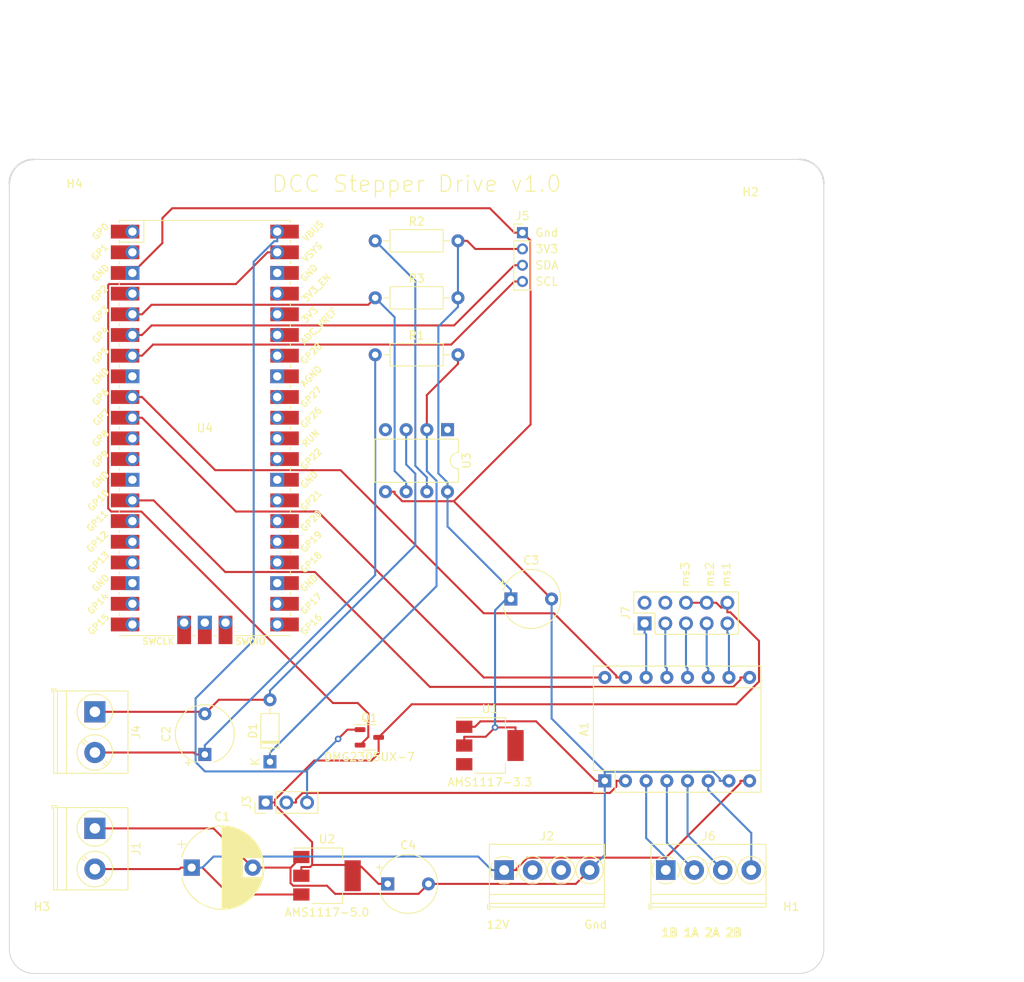
<source format=kicad_pcb>
(kicad_pcb (version 20211014) (generator pcbnew)
  (layers (0 "F.Cu" signal) (31 "B.Cu" signal) (34 "B.Paste" user) (35 "F.Paste" user) (36 "B.SilkS" user "B.Silkscreen") (37 "F.SilkS" user "F.Silkscreen") (38 "B.Mask" user) (39 "F.Mask" user) (44 "Edge.Cuts" user))
  (net 0 "")
  (net 1 "/5Vopt")
  (net 2 "Net-(A1-Pad3)")
  (net 3 "Net-(A1-Pad4)")
  (net 4 "Net-(A1-Pad5)")
  (net 5 "Net-(A1-Pad6)")
  (net 6 "Net-(A1-Pad10)")
  (net 7 "Net-(A1-Pad11)")
  (net 8 "/3V3a")
  (net 9 "GND")
  (net 10 "+5V")
  (net 11 "Net-(A1-Pad12)")
  (net 12 "Net-(D1-Pad1)")
  (net 13 "Net-(D1-Pad2)")
  (net 14 "+12V")
  (net 15 "Net-(A1-Pad13)")
  (net 16 "/5Voption")
  (net 17 "/VBUS")
  (net 18 "Net-(A1-Pad14)")
  (net 19 "Net-(R1-Pad1)")
  (net 20 "/SDA")
  (net 21 "/SCL")
  (net 22 "/VSYS")
  (net 23 "Net-(R2-Pad1)")
  (net 24 "/DccIn")
  (net 30 "Net-(A1-Pad9)")
  (net 65 "Net-(A1-Pad15)")
  (net 66 "Net-(A1-Pad16)")
  (footprint "MountingHole:MountingHole_3.2mm_M3" (layer "F.Cu") (at 104 146)
    (fp_text reference "H3" (at 0 -4.2) (layer "F.SilkS"))
    (fp_text value "MountingHole")
    (pad "" np_thru_hole circle (at 0 0) (size 3.2 3.2) (drill 3.2) (layers *.Cu *.Mask))
  )
  (footprint "Diode_THT:D_DO-35_SOD27_P7.62mm_Horizontal" (layer "F.Cu") (at 132 124 90)
    (fp_text reference "D1" (at 3.81 -2.12 90) (layer "F.SilkS"))
    (fp_text value "1N4148")
    (fp_text user "K" (at 0 -1.8 90) (layer "F.SilkS"))
    (pad "1" thru_hole rect (at 0 0 90) (size 1.6 1.6) (drill 0.8) (layers *.Cu *.Mask) (net 12 "Net-(D1-Pad1)"))
    (pad "2" thru_hole oval (at 7.62 0 90) (size 1.6 1.6) (drill 0.8) (layers *.Cu *.Mask) (net 13 "Net-(D1-Pad2)"))
  )
  (footprint "MCU_RaspberryPi_and_Boards:RPi_Pico_SMD_TH" (layer "F.Cu") (at 124 83)
    (fp_text reference "U4" (at 0 0) (layer "F.SilkS"))
    (fp_text value "Pico")
    (fp_text user "GP12" (at -13.2 13.97 45) (layer "F.SilkS") (effects (font (size 0.8 0.8))))
    (fp_text user "SWDIO" (at 5.6 26.2) (layer "F.SilkS") (effects (font (size 0.8 0.8))))
    (fp_text user "GP6" (at -12.8 -3.81 45) (layer "F.SilkS") (effects (font (size 0.8 0.8))))
    (fp_text user "GP19" (at 13.054 13.97 45) (layer "F.SilkS") (effects (font (size 0.8 0.8))))
    (fp_text user "GP22" (at 13.054 3.81 45) (layer "F.SilkS") (effects (font (size 0.8 0.8))))
    (fp_text user "GND" (at -12.8 -19.05 45) (layer "F.SilkS") (effects (font (size 0.8 0.8))))
    (fp_text user "GP13" (at -13.054 16.51 45) (layer "F.SilkS") (effects (font (size 0.8 0.8))))
    (fp_text user "RUN" (at 13 1.27 45) (layer "F.SilkS") (effects (font (size 0.8 0.8))))
    (fp_text user "GND" (at -12.8 19.05 45) (layer "F.SilkS") (effects (font (size 0.8 0.8))))
    (fp_text user "GND" (at -12.8 6.35 45) (layer "F.SilkS") (effects (font (size 0.8 0.8))))
    (fp_text user "GP10" (at -13.054 8.89 45) (layer "F.SilkS") (effects (font (size 0.8 0.8))))
    (fp_text user "GP5" (at -12.8 -8.89 45) (layer "F.SilkS") (effects (font (size 0.8 0.8))))
    (fp_text user "GP0" (at -12.8 -24.13 45) (layer "F.SilkS") (effects (font (size 0.8 0.8))))
    (fp_text user "GP9" (at -12.8 3.81 45) (layer "F.SilkS") (effects (font (size 0.8 0.8))))
    (fp_text user "GND" (at -12.8 -6.35 45) (layer "F.SilkS") (effects (font (size 0.8 0.8))))
    (fp_text user "GND" (at 12.8 19.05 45) (layer "F.SilkS") (effects (font (size 0.8 0.8))))
    (fp_text user "GP17" (at 13.054 21.59 45) (layer "F.SilkS") (effects (font (size 0.8 0.8))))
    (fp_text user "GP1" (at -12.9 -21.6 45) (layer "F.SilkS") (effects (font (size 0.8 0.8))))
    (fp_text user "GP16" (at 13.054 24.13 45) (layer "F.SilkS") (effects (font (size 0.8 0.8))))
    (fp_text user "GP2" (at -12.9 -16.51 45) (layer "F.SilkS") (effects (font (size 0.8 0.8))))
    (fp_text user "GP3" (at -12.8 -13.97 45) (layer "F.SilkS") (effects (font (size 0.8 0.8))))
    (fp_text user "GP14" (at -13.1 21.59 45) (layer "F.SilkS") (effects (font (size 0.8 0.8))))
    (fp_text user "GP4" (at -12.8 -11.43 45) (layer "F.SilkS") (effects (font (size 0.8 0.8))))
    (fp_text user "GP8" (at -12.8 1.27 45) (layer "F.SilkS") (effects (font (size 0.8 0.8))))
    (fp_text user "VBUS" (at 13.3 -24.2 45) (layer "F.SilkS") (effects (font (size 0.8 0.8))))
    (fp_text user "GP27" (at 13.054 -3.8 45) (layer "F.SilkS") (effects (font (size 0.8 0.8))))
    (fp_text user "ADC_VREF" (at 14 -12.5 45) (layer "F.SilkS") (effects (font (size 0.8 0.8))))
    (fp_text user "GP18" (at 13.054 16.51 45) (layer "F.SilkS") (effects (font (size 0.8 0.8))))
    (fp_text user "GP7" (at -12.7 -1.3 45) (layer "F.SilkS") (effects (font (size 0.8 0.8))))
    (fp_text user "VSYS" (at 13.2 -21.59 45) (layer "F.SilkS") (effects (font (size 0.8 0.8))))
    (fp_text user "GND" (at 12.8 6.35 45) (layer "F.SilkS") (effects (font (size 0.8 0.8))))
    (fp_text user "GP20" (at 13.054 11.43 45) (layer "F.SilkS") (effects (font (size 0.8 0.8))))
    (fp_text user "3V3_EN" (at 13.7 -17.2 45) (layer "F.SilkS") (effects (font (size 0.8 0.8))))
    (fp_text user "AGND" (at 13.054 -6.35 45) (layer "F.SilkS") (effects (font (size 0.8 0.8))))
    (fp_text user "GP15" (at -13.054 24.13 45) (layer "F.SilkS") (effects (font (size 0.8 0.8))))
    (fp_text user "GP28" (at 13.054 -9.144 45) (layer "F.SilkS") (effects (font (size 0.8 0.8))))
    (fp_text user "SWCLK" (at -5.7 26.2) (layer "F.SilkS") (effects (font (size 0.8 0.8))))
    (fp_text user "GND" (at 12.8 -19.05 45) (layer "F.SilkS") (effects (font (size 0.8 0.8))))
    (fp_text user "3V3" (at 12.9 -13.9 45) (layer "F.SilkS") (effects (font (size 0.8 0.8))))
    (fp_text user "GP21" (at 13.054 8.9 45) (layer "F.SilkS") (effects (font (size 0.8 0.8))))
    (fp_text user "GP11" (at -13.2 11.43 45) (layer "F.SilkS") (effects (font (size 0.8 0.8))))
    (fp_text user "GP26" (at 13.054 -1.27 45) (layer "F.SilkS") (effects (font (size 0.8 0.8))))
    (pad "" np_thru_hole oval (at 2.725 -24) (size 1.8 1.8) (drill 1.8) (layers *.Cu *.Mask))
    (pad "" np_thru_hole oval (at -2.425 -20.97) (size 1.5 1.5) (drill 1.5) (layers *.Cu *.Mask))
    (pad "" np_thru_hole oval (at 2.425 -20.97) (size 1.5 1.5) (drill 1.5) (layers *.Cu *.Mask))
    (pad "" np_thru_hole oval (at -2.725 -24) (size 1.8 1.8) (drill 1.8) (layers *.Cu *.Mask))
    (pad "1" smd rect (at -8.89 -24.13) (size 3.5 1.7) (drill (offset -0.9 0)) (layers "F.Cu" "F.Mask"))
    (pad "1" thru_hole oval (at -8.89 -24.13) (size 1.7 1.7) (drill 1.02) (layers *.Cu *.Mask))
    (pad "2" thru_hole oval (at -8.89 -21.59) (size 1.7 1.7) (drill 1.02) (layers *.Cu *.Mask))
    (pad "2" smd rect (at -8.89 -21.59) (size 3.5 1.7) (drill (offset -0.9 0)) (layers "F.Cu" "F.Mask"))
    (pad "3" thru_hole rect (at -8.89 -19.05) (size 1.7 1.7) (drill 1.02) (layers *.Cu *.Mask) (net 9 "GND"))
    (pad "3" smd rect (at -8.89 -19.05) (size 3.5 1.7) (drill (offset -0.9 0)) (layers "F.Cu" "F.Mask") (net 9 "GND"))
    (pad "4" smd rect (at -8.89 -16.51) (size 3.5 1.7) (drill (offset -0.9 0)) (layers "F.Cu" "F.Mask"))
    (pad "4" thru_hole oval (at -8.89 -16.51) (size 1.7 1.7) (drill 1.02) (layers *.Cu *.Mask))
    (pad "5" thru_hole oval (at -8.89 -13.97) (size 1.7 1.7) (drill 1.02) (layers *.Cu *.Mask) (net 24 "/DccIn"))
    (pad "5" smd rect (at -8.89 -13.97) (size 3.5 1.7) (drill (offset -0.9 0)) (layers "F.Cu" "F.Mask") (net 24 "/DccIn"))
    (pad "6" thru_hole oval (at -8.89 -11.43) (size 1.7 1.7) (drill 1.02) (layers *.Cu *.Mask) (net 20 "/SDA"))
    (pad "6" smd rect (at -8.89 -11.43) (size 3.5 1.7) (drill (offset -0.9 0)) (layers "F.Cu" "F.Mask") (net 20 "/SDA"))
    (pad "7" thru_hole oval (at -8.89 -8.89) (size 1.7 1.7) (drill 1.02) (layers *.Cu *.Mask) (net 21 "/SCL"))
    (pad "7" smd rect (at -8.89 -8.89) (size 3.5 1.7) (drill (offset -0.9 0)) (layers "F.Cu" "F.Mask") (net 21 "/SCL"))
    (pad "8" smd rect (at -8.89 -6.35) (size 3.5 1.7) (drill (offset -0.9 0)) (layers "F.Cu" "F.Mask"))
    (pad "8" thru_hole rect (at -8.89 -6.35) (size 1.7 1.7) (drill 1.02) (layers *.Cu *.Mask))
    (pad "9" smd rect (at -8.89 -3.81) (size 3.5 1.7) (drill (offset -0.9 0)) (layers "F.Cu" "F.Mask") (net 65 "Net-(A1-Pad15)"))
    (pad "9" thru_hole oval (at -8.89 -3.81) (size 1.7 1.7) (drill 1.02) (layers *.Cu *.Mask) (net 65 "Net-(A1-Pad15)"))
    (pad "10" smd rect (at -8.89 -1.27) (size 3.5 1.7) (drill (offset -0.9 0)) (layers "F.Cu" "F.Mask") (net 66 "Net-(A1-Pad16)"))
    (pad "10" thru_hole oval (at -8.89 -1.27) (size 1.7 1.7) (drill 1.02) (layers *.Cu *.Mask) (net 66 "Net-(A1-Pad16)"))
    (pad "11" smd rect (at -8.89 1.27) (size 3.5 1.7) (drill (offset -0.9 0)) (layers "F.Cu" "F.Mask"))
    (pad "11" thru_hole oval (at -8.89 1.27) (size 1.7 1.7) (drill 1.02) (layers *.Cu *.Mask))
    (pad "12" thru_hole oval (at -8.89 3.81) (size 1.7 1.7) (drill 1.02) (layers *.Cu *.Mask))
    (pad "12" smd rect (at -8.89 3.81) (size 3.5 1.7) (drill (offset -0.9 0)) (layers "F.Cu" "F.Mask"))
    (pad "13" thru_hole rect (at -8.89 6.35) (size 1.7 1.7) (drill 1.02) (layers *.Cu *.Mask))
    (pad "13" smd rect (at -8.89 6.35) (size 3.5 1.7) (drill (offset -0.9 0)) (layers "F.Cu" "F.Mask"))
    (pad "14" thru_hole oval (at -8.89 8.89) (size 1.7 1.7) (drill 1.02) (layers *.Cu *.Mask) (net 30 "Net-(A1-Pad9)"))
    (pad "14" smd rect (at -8.89 8.89) (size 3.5 1.7) (drill (offset -0.9 0)) (layers "F.Cu" "F.Mask") (net 30 "Net-(A1-Pad9)"))
    (pad "15" thru_hole oval (at -8.89 11.43) (size 1.7 1.7) (drill 1.02) (layers *.Cu *.Mask))
    (pad "15" smd rect (at -8.89 11.43) (size 3.5 1.7) (drill (offset -0.9 0)) (layers "F.Cu" "F.Mask"))
    (pad "16" thru_hole oval (at -8.89 13.97) (size 1.7 1.7) (drill 1.02) (layers *.Cu *.Mask))
    (pad "16" smd rect (at -8.89 13.97) (size 3.5 1.7) (drill (offset -0.9 0)) (layers "F.Cu" "F.Mask"))
    (pad "17" smd rect (at -8.89 16.51) (size 3.5 1.7) (drill (offset -0.9 0)) (layers "F.Cu" "F.Mask"))
    (pad "17" thru_hole oval (at -8.89 16.51) (size 1.7 1.7) (drill 1.02) (layers *.Cu *.Mask))
    (pad "18" thru_hole rect (at -8.89 19.05) (size 1.7 1.7) (drill 1.02) (layers *.Cu *.Mask))
    (pad "18" smd rect (at -8.89 19.05) (size 3.5 1.7) (drill (offset -0.9 0)) (layers "F.Cu" "F.Mask"))
    (pad "19" thru_hole oval (at -8.89 21.59) (size 1.7 1.7) (drill 1.02) (layers *.Cu *.Mask))
    (pad "19" smd rect (at -8.89 21.59) (size 3.5 1.7) (drill (offset -0.9 0)) (layers "F.Cu" "F.Mask"))
    (pad "20" thru_hole oval (at -8.89 24.13) (size 1.7 1.7) (drill 1.02) (layers *.Cu *.Mask))
    (pad "20" smd rect (at -8.89 24.13) (size 3.5 1.7) (drill (offset -0.9 0)) (layers "F.Cu" "F.Mask"))
    (pad "21" thru_hole oval (at 8.89 24.13) (size 1.7 1.7) (drill 1.02) (layers *.Cu *.Mask))
    (pad "21" smd rect (at 8.89 24.13) (size 3.5 1.7) (drill (offset 0.9 0)) (layers "F.Cu" "F.Mask"))
    (pad "22" smd rect (at 8.89 21.59) (size 3.5 1.7) (drill (offset 0.9 0)) (layers "F.Cu" "F.Mask"))
    (pad "22" thru_hole oval (at 8.89 21.59) (size 1.7 1.7) (drill 1.02) (layers *.Cu *.Mask))
    (pad "23" smd rect (at 8.89 19.05) (size 3.5 1.7) (drill (offset 0.9 0)) (layers "F.Cu" "F.Mask"))
    (pad "23" thru_hole rect (at 8.89 19.05) (size 1.7 1.7) (drill 1.02) (layers *.Cu *.Mask))
    (pad "24" smd rect (at 8.89 16.51) (size 3.5 1.7) (drill (offset 0.9 0)) (layers "F.Cu" "F.Mask"))
    (pad "24" thru_hole oval (at 8.89 16.51) (size 1.7 1.7) (drill 1.02) (layers *.Cu *.Mask))
    (pad "25" smd rect (at 8.89 13.97) (size 3.5 1.7) (drill (offset 0.9 0)) (layers "F.Cu" "F.Mask"))
    (pad "25" thru_hole oval (at 8.89 13.97) (size 1.7 1.7) (drill 1.02) (layers *.Cu *.Mask))
    (pad "26" smd rect (at 8.89 11.43) (size 3.5 1.7) (drill (offset 0.9 0)) (layers "F.Cu" "F.Mask"))
    (pad "26" thru_hole oval (at 8.89 11.43) (size 1.7 1.7) (drill 1.02) (layers *.Cu *.Mask))
    (pad "27" smd rect (at 8.89 8.89) (size 3.5 1.7) (drill (offset 0.9 0)) (layers "F.Cu" "F.Mask"))
    (pad "27" thru_hole oval (at 8.89 8.89) (size 1.7 1.7) (drill 1.02) (layers *.Cu *.Mask))
    (pad "28" smd rect (at 8.89 6.35) (size 3.5 1.7) (drill (offset 0.9 0)) (layers "F.Cu" "F.Mask"))
    (pad "28" thru_hole rect (at 8.89 6.35) (size 1.7 1.7) (drill 1.02) (layers *.Cu *.Mask))
    (pad "29" thru_hole oval (at 8.89 3.81) (size 1.7 1.7) (drill 1.02) (layers *.Cu *.Mask))
    (pad "29" smd rect (at 8.89 3.81) (size 3.5 1.7) (drill (offset 0.9 0)) (layers "F.Cu" "F.Mask"))
    (pad "30" smd rect (at 8.89 1.27) (size 3.5 1.7) (drill (offset 0.9 0)) (layers "F.Cu" "F.Mask"))
    (pad "30" thru_hole oval (at 8.89 1.27) (size 1.7 1.7) (drill 1.02) (layers *.Cu *.Mask))
    (pad "31" smd rect (at 8.89 -1.27) (size 3.5 1.7) (drill (offset 0.9 0)) (layers "F.Cu" "F.Mask"))
    (pad "31" thru_hole oval (at 8.89 -1.27) (size 1.7 1.7) (drill 1.02) (layers *.Cu *.Mask))
    (pad "32" smd rect (at 8.89 -3.81) (size 3.5 1.7) (drill (offset 0.9 0)) (layers "F.Cu" "F.Mask"))
    (pad "32" thru_hole oval (at 8.89 -3.81) (size 1.7 1.7) (drill 1.02) (layers *.Cu *.Mask))
    (pad "33" smd rect (at 8.89 -6.35) (size 3.5 1.7) (drill (offset 0.9 0)) (layers "F.Cu" "F.Mask"))
    (pad "33" thru_hole rect (at 8.89 -6.35) (size 1.7 1.7) (drill 1.02) (layers *.Cu *.Mask))
    (pad "34" thru_hole oval (at 8.89 -8.89) (size 1.7 1.7) (drill 1.02) (layers *.Cu *.Mask))
    (pad "34" smd rect (at 8.89 -8.89) (size 3.5 1.7) (drill (offset 0.9 0)) (layers "F.Cu" "F.Mask"))
    (pad "35" smd rect (at 8.89 -11.43) (size 3.5 1.7) (drill (offset 0.9 0)) (layers "F.Cu" "F.Mask"))
    (pad "35" thru_hole oval (at 8.89 -11.43) (size 1.7 1.7) (drill 1.02) (layers *.Cu *.Mask))
    (pad "36" smd rect (at 8.89 -13.97) (size 3.5 1.7) (drill (offset 0.9 0)) (layers "F.Cu" "F.Mask"))
    (pad "36" thru_hole oval (at 8.89 -13.97) (size 1.7 1.7) (drill 1.02) (layers *.Cu *.Mask))
    (pad "37" thru_hole oval (at 8.89 -16.51) (size 1.7 1.7) (drill 1.02) (layers *.Cu *.Mask))
    (pad "37" smd rect (at 8.89 -16.51) (size 3.5 1.7) (drill (offset 0.9 0)) (layers "F.Cu" "F.Mask"))
    (pad "38" thru_hole rect (at 8.89 -19.05) (size 1.7 1.7) (drill 1.02) (layers *.Cu *.Mask))
    (pad "38" smd rect (at 8.89 -19.05) (size 3.5 1.7) (drill (offset 0.9 0)) (layers "F.Cu" "F.Mask"))
    (pad "39" smd rect (at 8.89 -21.59) (size 3.5 1.7) (drill (offset 0.9 0)) (layers "F.Cu" "F.Mask") (net 22 "/VSYS"))
    (pad "39" thru_hole oval (at 8.89 -21.59) (size 1.7 1.7) (drill 1.02) (layers *.Cu *.Mask) (net 22 "/VSYS"))
    (pad "40" smd rect (at 8.89 -24.13) (size 3.5 1.7) (drill (offset 0.9 0)) (layers "F.Cu" "F.Mask") (net 17 "/VBUS"))
    (pad "40" thru_hole oval (at 8.89 -24.13) (size 1.7 1.7) (drill 1.02) (layers *.Cu *.Mask) (net 17 "/VBUS"))
    (pad "41" smd rect (at -2.54 23.9 90) (size 3.5 1.7) (drill (offset -0.9 0)) (layers "F.Cu" "F.Mask"))
    (pad "41" thru_hole oval (at -2.54 23.9) (size 1.7 1.7) (drill 1.02) (layers *.Cu *.Mask))
    (pad "42" thru_hole rect (at 0 23.9) (size 1.7 1.7) (drill 1.02) (layers *.Cu *.Mask))
    (pad "42" smd rect (at 0 23.9 90) (size 3.5 1.7) (drill (offset -0.9 0)) (layers "F.Cu" "F.Mask"))
    (pad "43" smd rect (at 2.54 23.9 90) (size 3.5 1.7) (drill (offset -0.9 0)) (layers "F.Cu" "F.Mask"))
    (pad "43" thru_hole oval (at 2.54 23.9) (size 1.7 1.7) (drill 1.02) (layers *.Cu *.Mask))
  )
  (footprint "Connector_PinHeader_2.54mm:PinHeader_1x03_P2.54mm_Vertical" (layer "F.Cu") (at 131.475 129 90)
    (fp_text reference "J3" (at 0 -2.33 90) (layer "F.SilkS"))
    (fp_text value "5V select")
    (pad "1" thru_hole rect (at 0 0 90) (size 1.7 1.7) (drill 1) (layers *.Cu *.Mask) (net 10 "+5V"))
    (pad "2" thru_hole oval (at 0 2.54 90) (size 1.7 1.7) (drill 1) (layers *.Cu *.Mask) (net 1 "/5Vopt"))
    (pad "3" thru_hole oval (at 0 5.08 90) (size 1.7 1.7) (drill 1) (layers *.Cu *.Mask) (net 17 "/VBUS"))
  )
  (footprint "Package_TO_SOT_SMD:SOT-23-3" (layer "F.Cu") (at 144.2 121)
    (fp_text reference "Q1" (at 0 -2.4) (layer "F.SilkS"))
    (fp_text value "DMG2305UX-7" (at 0 2.4) (layer "F.SilkS"))
    (pad "1" smd roundrect locked (at -1.1375 -0.95) (size 1.325 0.6) (layers "F.Cu" "F.Paste" "F.Mask") (net 17 "/VBUS"))
    (pad "2" smd roundrect locked (at -1.1375 0.95) (size 1.325 0.6) (layers "F.Cu" "F.Paste" "F.Mask") (net 22 "/VSYS"))
    (pad "3" smd roundrect locked (at 1.1375 0) (size 1.325 0.6) (layers "F.Cu" "F.Paste" "F.Mask") (net 10 "+5V"))
  )
  (footprint "Package_TO_SOT_SMD:SOT-223-3_TabPin2" (layer "F.Cu") (at 139 138)
    (fp_text reference "U2" (at 0 -4.5) (layer "F.SilkS"))
    (fp_text value "AMS1117-5.0" (at 0 4.5) (layer "F.SilkS"))
    (pad "1" smd rect (at -3.15 -2.3) (size 2 1.5) (layers "F.Cu" "F.Paste" "F.Mask") (net 9 "GND"))
    (pad "2" smd rect (at 3.15 0) (size 2 3.8) (layers "F.Cu" "F.Paste" "F.Mask") (net 10 "+5V"))
    (pad "2" smd rect (at -3.15 0) (size 2 1.5) (layers "F.Cu" "F.Paste" "F.Mask") (net 10 "+5V"))
    (pad "3" smd rect (at -3.15 2.3) (size 2 1.5) (layers "F.Cu" "F.Paste" "F.Mask") (net 14 "+12V"))
  )
  (footprint "MountingHole:MountingHole_3.2mm_M3" (layer "F.Cu") (at 104 54)
    (fp_text reference "H4" (at 4 -1) (layer "F.SilkS"))
    (fp_text value "MountingHole")
    (pad "" np_thru_hole circle (at 0 0) (size 3.2 3.2) (drill 3.2) (layers *.Cu *.Mask))
  )
  (footprint "Connector_PinHeader_2.54mm:PinHeader_2x05_P2.54mm_Vertical" (layer "F.Cu") (at 178 107 90)
    (fp_text reference "J7" (at 1.27 -2.33 90) (layer "F.SilkS"))
    (fp_text value "Conn_02x05_Odd_Even")
    (pad "1" thru_hole rect (at 0 0 90) (size 1.7 1.7) (drill 1) (layers *.Cu *.Mask) (net 18 "Net-(A1-Pad14)"))
    (pad "2" thru_hole oval (at 2.54 0 90) (size 1.7 1.7) (drill 1) (layers *.Cu *.Mask))
    (pad "3" thru_hole oval (at 0 2.54 90) (size 1.7 1.7) (drill 1) (layers *.Cu *.Mask) (net 15 "Net-(A1-Pad13)"))
    (pad "4" thru_hole oval (at 2.54 2.54 90) (size 1.7 1.7) (drill 1) (layers *.Cu *.Mask))
    (pad "5" thru_hole oval (at 0 5.08 90) (size 1.7 1.7) (drill 1) (layers *.Cu *.Mask) (net 11 "Net-(A1-Pad12)"))
    (pad "6" thru_hole oval (at 2.54 5.08 90) (size 1.7 1.7) (drill 1) (layers *.Cu *.Mask) (net 10 "+5V"))
    (pad "7" thru_hole oval (at 0 7.62 90) (size 1.7 1.7) (drill 1) (layers *.Cu *.Mask) (net 7 "Net-(A1-Pad11)"))
    (pad "8" thru_hole oval (at 2.54 7.62 90) (size 1.7 1.7) (drill 1) (layers *.Cu *.Mask) (net 10 "+5V"))
    (pad "9" thru_hole oval (at 0 10.16 90) (size 1.7 1.7) (drill 1) (layers *.Cu *.Mask) (net 6 "Net-(A1-Pad10)"))
    (pad "10" thru_hole oval (at 2.54 10.16 90) (size 1.7 1.7) (drill 1) (layers *.Cu *.Mask) (net 10 "+5V"))
  )
  (footprint "Resistor_THT:R_Axial_DIN0207_L6.3mm_D2.5mm_P10.16mm_Horizontal" (layer "F.Cu") (at 144.92 74)
    (fp_text reference "R1" (at 5.08 -2.37) (layer "F.SilkS"))
    (fp_text value "1k")
    (pad "1" thru_hole circle (at 0 0) (size 1.6 1.6) (drill 0.8) (layers *.Cu *.Mask) (net 19 "Net-(R1-Pad1)"))
    (pad "2" thru_hole oval (at 10.16 0) (size 1.6 1.6) (drill 0.8) (layers *.Cu *.Mask) (net 12 "Net-(D1-Pad1)"))
  )
  (footprint "MountingHole:MountingHole_3.2mm_M3" (layer "F.Cu") (at 196 54)
    (fp_text reference "H2" (at -5 0) (layer "F.SilkS"))
    (fp_text value "MountingHole")
    (pad "" np_thru_hole circle (at 0 0) (size 3.2 3.2) (drill 3.2) (layers *.Cu *.Mask))
  )
  (footprint "TerminalBlock_Phoenix:TerminalBlock_Phoenix_PT-1,5-4-3.5-H_1x04_P3.50mm_Horizontal" (layer "F.Cu") (at 180.595 137.3)
    (fp_text reference "J6" (at 5.25 -4.16) (layer "F.SilkS"))
    (fp_text value "Motor")
    (pad "1" thru_hole rect (at 0 0) (size 2.4 2.4) (drill 1.2) (layers *.Cu *.Mask) (net 2 "Net-(A1-Pad3)"))
    (pad "2" thru_hole circle (at 3.5 0) (size 2.4 2.4) (drill 1.2) (layers *.Cu *.Mask) (net 3 "Net-(A1-Pad4)"))
    (pad "3" thru_hole circle (at 7 0) (size 2.4 2.4) (drill 1.2) (layers *.Cu *.Mask) (net 4 "Net-(A1-Pad5)"))
    (pad "4" thru_hole circle (at 10.5 0) (size 2.4 2.4) (drill 1.2) (layers *.Cu *.Mask) (net 5 "Net-(A1-Pad6)"))
  )
  (footprint "TerminalBlock_Phoenix:TerminalBlock_Phoenix_PT-1,5-4-3.5-H_1x04_P3.50mm_Horizontal" (layer "F.Cu") (at 160.75 137.3)
    (fp_text reference "J2" (at 5.25 -4.16) (layer "F.SilkS"))
    (fp_text value "CBUS ")
    (pad "1" thru_hole rect (at 0 0) (size 2.4 2.4) (drill 1.2) (layers *.Cu *.Mask) (net 14 "+12V"))
    (pad "2" thru_hole circle (at 3.5 0) (size 2.4 2.4) (drill 1.2) (layers *.Cu *.Mask))
    (pad "3" thru_hole circle (at 7 0) (size 2.4 2.4) (drill 1.2) (layers *.Cu *.Mask))
    (pad "4" thru_hole circle (at 10.5 0) (size 2.4 2.4) (drill 1.2) (layers *.Cu *.Mask) (net 9 "GND"))
  )
  (footprint "Package_DIP:DIP-8_W7.62mm" (layer "F.Cu") (at 153.8 83.2 -90)
    (fp_text reference "U3" (at 3.81 -2.33 90) (layer "F.SilkS"))
    (fp_text value "6N137")
    (pad "1" thru_hole rect (at 0 0 270) (size 1.6 1.6) (drill 0.8) (layers *.Cu *.Mask))
    (pad "2" thru_hole oval (at 0 2.54 270) (size 1.6 1.6) (drill 0.8) (layers *.Cu *.Mask) (net 12 "Net-(D1-Pad1)"))
    (pad "3" thru_hole oval (at 0 5.08 270) (size 1.6 1.6) (drill 0.8) (layers *.Cu *.Mask) (net 13 "Net-(D1-Pad2)"))
    (pad "4" thru_hole oval (at 0 7.62 270) (size 1.6 1.6) (drill 0.8) (layers *.Cu *.Mask))
    (pad "5" thru_hole oval (at 7.62 7.62 270) (size 1.6 1.6) (drill 0.8) (layers *.Cu *.Mask) (net 9 "GND"))
    (pad "6" thru_hole oval (at 7.62 5.08 270) (size 1.6 1.6) (drill 0.8) (layers *.Cu *.Mask) (net 24 "/DccIn"))
    (pad "7" thru_hole oval (at 7.62 2.54 270) (size 1.6 1.6) (drill 0.8) (layers *.Cu *.Mask) (net 23 "Net-(R2-Pad1)"))
    (pad "8" thru_hole oval (at 7.62 0 270) (size 1.6 1.6) (drill 0.8) (layers *.Cu *.Mask) (net 8 "/3V3a"))
  )
  (footprint "Capacitor_THT:CP_Radial_Tantal_D7.0mm_P5.00mm" (layer "F.Cu") (at 161.5799 104)
    (fp_text reference "C3" (at 2.5 -4.75) (layer "F.SilkS"))
    (fp_text value "22uF")
    (pad "1" thru_hole rect (at 0 0) (size 1.6 1.6) (drill 0.8) (layers *.Cu *.Mask) (net 8 "/3V3a"))
    (pad "2" thru_hole circle (at 5 0) (size 1.6 1.6) (drill 0.8) (layers *.Cu *.Mask) (net 9 "GND"))
  )
  (footprint "TerminalBlock_Phoenix:TerminalBlock_Phoenix_PT-1,5-2-5.0-H_1x02_P5.00mm_Horizontal" (layer "F.Cu") (at 110.5 132.18 -90)
    (fp_text reference "J1" (at 2.5 -5.06 -270) (layer "F.SilkS"))
    (fp_text value "12v")
    (pad "1" thru_hole rect (at 0 0 270) (size 2.6 2.6) (drill 1.3) (layers *.Cu *.Mask) (net 9 "GND"))
    (pad "2" thru_hole circle (at 5 0 270) (size 2.6 2.6) (drill 1.3) (layers *.Cu *.Mask) (net 14 "+12V"))
  )
  (footprint "MountingHole:MountingHole_3.2mm_M3" (layer "F.Cu") (at 196 146)
    (fp_text reference "H1" (at 0 -4.2) (layer "F.SilkS"))
    (fp_text value "MountingHole")
    (pad "" np_thru_hole circle (at 0 0) (size 3.2 3.2) (drill 3.2) (layers *.Cu *.Mask))
  )
  (footprint "Module:Pololu_Breakout-16_15.2x20.3mm" (layer "F.Cu") (at 173.11 126.34 90)
    (fp_text reference "A1" (at 6.35 -2.54 90) (layer "F.SilkS"))
    (fp_text value "A4988")
    (pad "1" thru_hole rect (at 0 0 90) (size 1.6 1.6) (drill 0.8) (layers *.Cu *.Mask) (net 9 "GND"))
    (pad "2" thru_hole oval (at 0 2.54 90) (size 1.6 1.6) (drill 0.8) (layers *.Cu *.Mask) (net 1 "/5Vopt"))
    (pad "3" thru_hole oval (at 0 5.08 90) (size 1.6 1.6) (drill 0.8) (layers *.Cu *.Mask) (net 2 "Net-(A1-Pad3)"))
    (pad "4" thru_hole oval (at 0 7.62 90) (size 1.6 1.6) (drill 0.8) (layers *.Cu *.Mask) (net 3 "Net-(A1-Pad4)"))
    (pad "5" thru_hole oval (at 0 10.16 90) (size 1.6 1.6) (drill 0.8) (layers *.Cu *.Mask) (net 4 "Net-(A1-Pad5)"))
    (pad "6" thru_hole oval (at 0 12.7 90) (size 1.6 1.6) (drill 0.8) (layers *.Cu *.Mask) (net 5 "Net-(A1-Pad6)"))
    (pad "7" thru_hole oval (at 0 15.24 90) (size 1.6 1.6) (drill 0.8) (layers *.Cu *.Mask) (net 9 "GND"))
    (pad "8" thru_hole oval (at 0 17.78 90) (size 1.6 1.6) (drill 0.8) (layers *.Cu *.Mask) (net 14 "+12V"))
    (pad "9" thru_hole oval (at 12.7 17.78 90) (size 1.6 1.6) (drill 0.8) (layers *.Cu *.Mask) (net 30 "Net-(A1-Pad9)"))
    (pad "10" thru_hole oval (at 12.7 15.24 90) (size 1.6 1.6) (drill 0.8) (layers *.Cu *.Mask) (net 6 "Net-(A1-Pad10)"))
    (pad "11" thru_hole oval (at 12.7 12.7 90) (size 1.6 1.6) (drill 0.8) (layers *.Cu *.Mask) (net 7 "Net-(A1-Pad11)"))
    (pad "12" thru_hole oval (at 12.7 10.16 90) (size 1.6 1.6) (drill 0.8) (layers *.Cu *.Mask) (net 11 "Net-(A1-Pad12)"))
    (pad "13" thru_hole oval (at 12.7 7.62 90) (size 1.6 1.6) (drill 0.8) (layers *.Cu *.Mask) (net 15 "Net-(A1-Pad13)"))
    (pad "14" thru_hole oval (at 12.7 5.08 90) (size 1.6 1.6) (drill 0.8) (layers *.Cu *.Mask) (net 18 "Net-(A1-Pad14)"))
    (pad "15" thru_hole oval (at 12.7 2.54 90) (size 1.6 1.6) (drill 0.8) (layers *.Cu *.Mask) (net 65 "Net-(A1-Pad15)"))
    (pad "16" thru_hole oval (at 12.7 0 90) (size 1.6 1.6) (drill 0.8) (layers *.Cu *.Mask) (net 66 "Net-(A1-Pad16)"))
  )
  (footprint "Resistor_THT:R_Axial_DIN0207_L6.3mm_D2.5mm_P10.16mm_Horizontal" (layer "F.Cu") (at 144.92 60)
    (fp_text reference "R2" (at 5.08 -2.37) (layer "F.SilkS"))
    (fp_text value "10k")
    (pad "1" thru_hole circle (at 0 0) (size 1.6 1.6) (drill 0.8) (layers *.Cu *.Mask) (net 23 "Net-(R2-Pad1)"))
    (pad "2" thru_hole oval (at 10.16 0) (size 1.6 1.6) (drill 0.8) (layers *.Cu *.Mask) (net 8 "/3V3a"))
  )
  (footprint "Package_TO_SOT_SMD:SOT-223-3_TabPin2" (layer "F.Cu") (at 159 122)
    (fp_text reference "U1" (at 0 -4.5) (layer "F.SilkS"))
    (fp_text value "AMS1117-3.3" (at 0 4.5) (layer "F.SilkS"))
    (pad "1" smd rect (at -3.15 -2.3) (size 2 1.5) (layers "F.Cu" "F.Paste" "F.Mask") (net 9 "GND"))
    (pad "2" smd rect (at 3.15 0) (size 2 3.8) (layers "F.Cu" "F.Paste" "F.Mask") (net 8 "/3V3a"))
    (pad "2" smd rect (at -3.15 0) (size 2 1.5) (layers "F.Cu" "F.Paste" "F.Mask") (net 8 "/3V3a"))
    (pad "3" smd rect (at -3.15 2.3) (size 2 1.5) (layers "F.Cu" "F.Paste" "F.Mask") (net 16 "/5Voption"))
  )
  (footprint "Capacitor_THT:CP_Radial_Tantal_D7.0mm_P5.00mm" (layer "F.Cu") (at 124 123.1007 90)
    (fp_text reference "C2" (at 2.5 -4.75 90) (layer "F.SilkS"))
    (fp_text value "270pF")
    (pad "1" thru_hole rect (at 0 0 90) (size 1.6 1.6) (drill 0.8) (layers *.Cu *.Mask) (net 19 "Net-(R1-Pad1)"))
    (pad "2" thru_hole circle (at 5 0 90) (size 1.6 1.6) (drill 0.8) (layers *.Cu *.Mask) (net 13 "Net-(D1-Pad2)"))
  )
  (footprint "Capacitor_THT:CP_Radial_D10.0mm_P7.50mm" (layer "F.Cu") (at 122.3823 137)
    (fp_text reference "C1" (at 3.75 -6.25) (layer "F.SilkS"))
    (fp_text value "100uF")
    (pad "1" thru_hole rect (at 0 0) (size 2 2) (drill 1) (layers *.Cu *.Mask) (net 14 "+12V"))
    (pad "2" thru_hole circle (at 7.5 0) (size 2 2) (drill 1) (layers *.Cu *.Mask) (net 9 "GND"))
  )
  (footprint "Resistor_THT:R_Axial_DIN0207_L6.3mm_D2.5mm_P10.16mm_Horizontal" (layer "F.Cu") (at 144.92 67)
    (fp_text reference "R3" (at 5.08 -2.37) (layer "F.SilkS"))
    (fp_text value "10k")
    (pad "1" thru_hole circle (at 0 0) (size 1.6 1.6) (drill 0.8) (layers *.Cu *.Mask) (net 24 "/DccIn"))
    (pad "2" thru_hole oval (at 10.16 0) (size 1.6 1.6) (drill 0.8) (layers *.Cu *.Mask) (net 8 "/3V3a"))
  )
  (footprint "Capacitor_THT:CP_Radial_Tantal_D7.0mm_P5.00mm" (layer "F.Cu") (at 146.4583 139)
    (fp_text reference "C4" (at 2.5 -4.75) (layer "F.SilkS"))
    (fp_text value "22uF")
    (pad "1" thru_hole rect (at 0 0) (size 1.6 1.6) (drill 0.8) (layers *.Cu *.Mask) (net 10 "+5V"))
    (pad "2" thru_hole circle (at 5 0) (size 1.6 1.6) (drill 0.8) (layers *.Cu *.Mask) (net 9 "GND"))
  )
  (footprint "TerminalBlock_Phoenix:TerminalBlock_Phoenix_PT-1,5-2-5.0-H_1x02_P5.00mm_Horizontal" (layer "F.Cu") (at 110.5 117.86 -90)
    (fp_text reference "J4" (at 2.5 -5.06 -270) (layer "F.SilkS"))
    (fp_text value "DCC")
    (pad "1" thru_hole rect (at 0 0 270) (size 2.6 2.6) (drill 1.3) (layers *.Cu *.Mask) (net 13 "Net-(D1-Pad2)"))
    (pad "2" thru_hole circle (at 5 0 270) (size 2.6 2.6) (drill 1.3) (layers *.Cu *.Mask) (net 19 "Net-(R1-Pad1)"))
  )
  (footprint "Connector_PinHeader_2.00mm:PinHeader_1x04_P2.00mm_Vertical" (layer "F.Cu") (at 163 59)
    (fp_text reference "J5" (at 0 -2.06) (layer "F.SilkS"))
    (fp_text value "Grove 2mm")
    (pad "1" thru_hole rect (at 0 0) (size 1.35 1.35) (drill 0.8) (layers *.Cu *.Mask) (net 9 "GND"))
    (pad "2" thru_hole oval (at 0 2) (size 1.35 1.35) (drill 0.8) (layers *.Cu *.Mask) (net 8 "/3V3a"))
    (pad "3" thru_hole oval (at 0 4) (size 1.35 1.35) (drill 0.8) (layers *.Cu *.Mask) (net 20 "/SDA"))
    (pad "4" thru_hole oval (at 0 6) (size 1.35 1.35) (drill 0.8) (layers *.Cu *.Mask) (net 21 "/SCL"))
  )
  (gr_line (start 200 53) (end 200 147) (layer "Edge.Cuts") (width 0.1))
  (gr_line (start 103 50) (end 197 50) (layer "Edge.Cuts") (width 0.1))
  (gr_arc (start 100 53) (mid 100.87868 50.87868) (end 103 50) (layer "Edge.Cuts") (width 0.2))
  (gr_line (start 100 147) (end 100 53) (layer "Edge.Cuts") (width 0.1))
  (gr_line (start 197 150) (end 103 150) (layer "Edge.Cuts") (width 0.1))
  (gr_arc (start 200 147) (mid 199.12132 149.12132) (end 197 150) (layer "Edge.Cuts") (width 0.1))
  (gr_arc (start 103 150) (mid 100.87868 149.12132) (end 100 147) (layer "Edge.Cuts") (width 0.1))
  (gr_arc (start 197 50) (mid 199.12132 50.87868) (end 200 53) (layer "Edge.Cuts") (width 0.2))
  (gr_text "DCC Stepper Drive v1.0\n" (at 150 53) (layer "F.SilkS") (effects (font (size 2 2))))
  (gr_text "Gnd\n" (at 166 59) (layer "F.SilkS") (effects (font (size 1 1))))
  (gr_text "ms3" (at 183 101 90) (layer "F.SilkS") (effects (font (size 1 1))))
  (gr_text "ms1" (at 188 101 90) (layer "F.SilkS") (effects (font (size 1 1))))
  (gr_text "1B 1A 2A 2B" (at 185 145) (layer "F.SilkS") (effects (font (size 1 1) (thickness 0.25))))
  (gr_text "12V\n" (at 160 144) (layer "F.SilkS") (effects (font (size 1 1))))
  (gr_text "ms2" (at 186 101 90) (layer "F.SilkS") (effects (font (size 1 1))))
  (gr_text "SCL" (at 166 65) (layer "F.SilkS") (effects (font (size 1 1))))
  (gr_text "3V3" (at 166 61) (layer "F.SilkS") (effects (font (size 1 1))))
  (gr_text "SDA" (at 166 63) (layer "F.SilkS") (effects (font (size 1 1))))
  (gr_text "Gnd\n" (at 172 144) (layer "F.SilkS") (effects (font (size 1 1))))
  (segment (start 134.015 129) (end 135.1901 129) (width 0.25) (layer "F.Cu") (net 1))
  (segment (start 174.5249 126.34) (end 174.5249 127.0432) (width 0.25) (layer "F.Cu") (net 1))
  (segment (start 135.9999 127.8249) (end 135.1901 128.6347) (width 0.25) (layer "F.Cu") (net 1))
  (segment (start 135.1901 128.6347) (end 135.1901 129) (width 0.25) (layer "F.Cu") (net 1))
  (segment (start 174.5249 127.0432) (end 173.7432 127.8249) (width 0.25) (layer "F.Cu") (net 1))
  (segment (start 173.7432 127.8249) (end 135.9999 127.8249) (width 0.25) (layer "F.Cu") (net 1))
  (segment (start 175.65 126.34) (end 174.5249 126.34) (width 0.25) (layer "F.Cu") (net 1))
  (segment (start 178.19 133.3699) (end 180.595 135.7749) (width 0.25) (layer "B.Cu") (net 2))
  (segment (start 178.19 126.34) (end 178.19 133.3699) (width 0.25) (layer "B.Cu") (net 2))
  (segment (start 180.595 137.3) (end 180.595 135.7749) (width 0.25) (layer "B.Cu") (net 2))
  (segment (start 180.73 126.34) (end 180.73 133.935) (width 0.25) (layer "B.Cu") (net 3))
  (segment (start 180.73 133.935) (end 184.095 137.3) (width 0.25) (layer "B.Cu") (net 3))
  (segment (start 183.27 132.975) (end 183.27 126.34) (width 0.25) (layer "B.Cu") (net 4))
  (segment (start 187.595 137.3) (end 183.27 132.975) (width 0.25) (layer "B.Cu") (net 4))
  (segment (start 185.81 126.34) (end 185.81 127.4651) (width 0.25) (layer "B.Cu") (net 5))
  (segment (start 185.81 127.4651) (end 191.095 132.7501) (width 0.25) (layer "B.Cu") (net 5))
  (segment (start 191.095 132.7501) (end 191.095 137.3) (width 0.25) (layer "B.Cu") (net 5))
  (segment (start 188.35 113.64) (end 188.35 108.3651) (width 0.25) (layer "B.Cu") (net 6))
  (segment (start 188.35 108.3651) (end 188.16 108.1751) (width 0.25) (layer "B.Cu") (net 6))
  (segment (start 188.16 107) (end 188.16 108.1751) (width 0.25) (layer "B.Cu") (net 6))
  (segment (start 185.81 112.5149) (end 185.62 112.3249) (width 0.25) (layer "B.Cu") (net 7))
  (segment (start 185.81 113.64) (end 185.81 112.5149) (width 0.25) (layer "B.Cu") (net 7))
  (segment (start 185.62 112.3249) (end 185.62 107) (width 0.25) (layer "B.Cu") (net 7))
  (segment (start 157.2051 61) (end 156.2051 60) (width 0.25) (layer "F.Cu") (net 8))
  (segment (start 162.15 122) (end 162.15 119.7749) (width 0.25) (layer "F.Cu") (net 8))
  (segment (start 162.15 119.7749) (end 159.6355 119.7749) (width 0.25) (layer "F.Cu") (net 8))
  (segment (start 158.4855 120.9249) (end 159.6355 119.7749) (width 0.25) (layer "F.Cu") (net 8))
  (segment (start 163 61) (end 157.2051 61) (width 0.25) (layer "F.Cu") (net 8))
  (segment (start 155.85 120.9249) (end 158.4855 120.9249) (width 0.25) (layer "F.Cu") (net 8))
  (segment (start 155.85 122) (end 155.85 120.9249) (width 0.25) (layer "F.Cu") (net 8))
  (segment (start 155.08 60) (end 156.2051 60) (width 0.25) (layer "F.Cu") (net 8))
  (via (at 159.6355 119.7749) (size 0.8) (drill 0.4) (layers "F.Cu" "B.Cu") (net 8))
  (segment (start 152.6748 70.5303) (end 152.6748 88.5697) (width 0.25) (layer "B.Cu") (net 8))
  (segment (start 152.6748 88.5697) (end 153.8 89.6949) (width 0.25) (layer "B.Cu") (net 8))
  (segment (start 161.5799 104) (end 161.5799 103.4374) (width 0.25) (layer "B.Cu") (net 8))
  (segment (start 161.5799 103.4374) (end 161.5799 102.8749) (width 0.25) (layer "B.Cu") (net 8))
  (segment (start 153.8 90.82) (end 153.8 89.6949) (width 0.25) (layer "B.Cu") (net 8))
  (segment (start 155.08 67) (end 155.08 68.1251) (width 0.25) (layer "B.Cu") (net 8))
  (segment (start 159.6355 105.3818) (end 159.6355 119.7749) (width 0.25) (layer "B.Cu") (net 8))
  (segment (start 161.5799 102.8749) (end 153.8 95.095) (width 0.25) (layer "B.Cu") (net 8))
  (segment (start 155.08 68.1251) (end 152.6748 70.5303) (width 0.25) (layer "B.Cu") (net 8))
  (segment (start 153.8 95.095) (end 153.8 90.82) (width 0.25) (layer "B.Cu") (net 8))
  (segment (start 161.5799 103.4374) (end 159.6355 105.3818) (width 0.25) (layer "B.Cu") (net 8))
  (segment (start 155.08 60) (end 155.08 67) (width 0.25) (layer "B.Cu") (net 8))
  (segment (start 118.784999 60.275001) (end 115.11 63.95) (width 0.25) (layer "F.Cu") (net 9))
  (segment (start 161.9999 59) (end 158.9999 56) (width 0.25) (layer "F.Cu") (net 9))
  (segment (start 125.0623 132.18) (end 129.8823 137) (width 0.25) (layer "F.Cu") (net 9))
  (segment (start 140.0004 140.2252) (end 139 139.2248) (width 0.25) (layer "F.Cu") (net 9))
  (segment (start 157.8425 119.0326) (end 157.1751 119.7) (width 0.25) (layer "F.Cu") (net 9))
  (segment (start 110.5 132.18) (end 125.0623 132.18) (width 0.25) (layer "F.Cu") (net 9))
  (segment (start 158.9999 56) (end 120 56) (width 0.25) (layer "F.Cu") (net 9))
  (segment (start 148.2445 91.9926) (end 147.3051 91.0532) (width 0.25) (layer "F.Cu") (net 9))
  (segment (start 171.25 137.3) (end 169.55 139) (width 0.25) (layer "F.Cu") (net 9))
  (segment (start 146.18 90.82) (end 147.3051 90.82) (width 0.25) (layer "F.Cu") (net 9))
  (segment (start 154.5725 91.9926) (end 148.2445 91.9926) (width 0.25) (layer "F.Cu") (net 9))
  (segment (start 166.5799 104) (end 154.5725 91.9926) (width 0.25) (layer "F.Cu") (net 9))
  (segment (start 164.0002 60.0002) (end 164.0002 82.5649) (width 0.25) (layer "F.Cu") (net 9))
  (segment (start 169.55 139) (end 151.4583 139) (width 0.25) (layer "F.Cu") (net 9))
  (segment (start 134.5248 138.9092) (end 134.5248 137.0252) (width 0.25) (layer "F.Cu") (net 9))
  (segment (start 134.8404 139.2248) (end 134.5248 138.9092) (width 0.25) (layer "F.Cu") (net 9))
  (segment (start 150.2331 140.2252) (end 140.0004 140.2252) (width 0.25) (layer "F.Cu") (net 9))
  (segment (start 120 56) (end 118.784999 57.215001) (width 0.25) (layer "F.Cu") (net 9))
  (segment (start 147.3051 91.0532) (end 147.3051 90.82) (width 0.25) (layer "F.Cu") (net 9))
  (segment (start 164.0002 82.5649) (end 154.5725 91.9926) (width 0.25) (layer "F.Cu") (net 9))
  (segment (start 155.85 119.7) (end 157.1751 119.7) (width 0.25) (layer "F.Cu") (net 9))
  (segment (start 134.4996 137) (end 134.5248 137.0252) (width 0.25) (layer "F.Cu") (net 9))
  (segment (start 139 139.2248) (end 134.8404 139.2248) (width 0.25) (layer "F.Cu") (net 9))
  (segment (start 163 59) (end 164.0002 60.0002) (width 0.25) (layer "F.Cu") (net 9))
  (segment (start 163 59) (end 161.9999 59) (width 0.25) (layer "F.Cu") (net 9))
  (segment (start 129.8823 137) (end 134.4996 137) (width 0.25) (layer "F.Cu") (net 9))
  (segment (start 164.6775 119.0326) (end 157.8425 119.0326) (width 0.25) (layer "F.Cu") (net 9))
  (segment (start 171.9849 126.34) (end 164.6775 119.0326) (width 0.25) (layer "F.Cu") (net 9))
  (segment (start 173.11 126.34) (end 171.9849 126.34) (width 0.25) (layer "F.Cu") (net 9))
  (segment (start 118.784999 57.215001) (end 118.784999 60.275001) (width 0.25) (layer "F.Cu") (net 9))
  (segment (start 151.4583 139) (end 150.2331 140.2252) (width 0.25) (layer "F.Cu") (net 9))
  (segment (start 134.5248 137.0252) (end 135.85 135.7) (width 0.25) (layer "F.Cu") (net 9))
  (segment (start 186.3812 125.2149) (end 173.11 125.2149) (width 0.25) (layer "B.Cu") (net 9))
  (segment (start 173.11 126.34) (end 173.11 135.44) (width 0.25) (layer "B.Cu") (net 9))
  (segment (start 187.2249 126.0586) (end 186.3812 125.2149) (width 0.25) (layer "B.Cu") (net 9))
  (segment (start 166.5799 104) (end 166.5799 118.6848) (width 0.25) (layer "B.Cu") (net 9))
  (segment (start 187.2249 126.34) (end 187.2249 126.0586) (width 0.25) (layer "B.Cu") (net 9))
  (segment (start 173.11 135.44) (end 171.25 137.3) (width 0.25) (layer "B.Cu") (net 9))
  (segment (start 173.11 126.34) (end 173.11 125.2149) (width 0.25) (layer "B.Cu") (net 9))
  (segment (start 188.35 126.34) (end 187.2249 126.34) (width 0.25) (layer "B.Cu") (net 9))
  (segment (start 166.5799 118.6848) (end 173.11 125.2149) (width 0.25) (layer "B.Cu") (net 9))
  (segment (start 132.6394 128.6434) (end 132.6394 129) (width 0.25) (layer "F.Cu") (net 10))
  (segment (start 188.16 105.6351) (end 188.5272 105.6351) (width 0.25) (layer "F.Cu") (net 10))
  (segment (start 188.16 105.0475) (end 188.16 105.6351) (width 0.25) (layer "F.Cu") (net 10))
  (segment (start 137.1792 133.8785) (end 137.1792 136.6708) (width 0.25) (layer "F.Cu") (net 10))
  (segment (start 142.15 136.8874) (end 143.2206 136.8874) (width 0.25) (layer "F.Cu") (net 10))
  (segment (start 132.6394 129.3387) (end 137.1792 133.8785) (width 0.25) (layer "F.Cu") (net 10))
  (segment (start 131.475 129) (end 132.6394 129) (width 0.25) (layer "F.Cu") (net 10))
  (segment (start 188.5272 105.6351) (end 192.0449 109.1528) (width 0.25) (layer "F.Cu") (net 10))
  (segment (start 137.1792 136.6708) (end 141.9334 136.6708) (width 0.25) (layer "F.Cu") (net 10))
  (segment (start 185.62 104.46) (end 183.08 104.46) (width 0.25) (layer "F.Cu") (net 10))
  (segment (start 187.3826 105.0475) (end 186.7951 104.46) (width 0.25) (layer "F.Cu") (net 10))
  (segment (start 136.9251 136.9249) (end 135.85 136.9249) (width 0.25) (layer "F.Cu") (net 10))
  (segment (start 188.16 105.0475) (end 187.3826 105.0475) (width 0.25) (layer "F.Cu") (net 10))
  (segment (start 141.9334 136.6708) (end 142.15 136.8874) (width 0.25) (layer "F.Cu") (net 10))
  (segment (start 188.16 104.46) (end 188.16 105.0475) (width 0.25) (layer "F.Cu") (net 10))
  (segment (start 142.15 138) (end 142.15 136.8874) (width 0.25) (layer "F.Cu") (net 10))
  (segment (start 146.4583 139) (end 145.3332 139) (width 0.25) (layer "F.Cu") (net 10))
  (segment (start 145.3375 121) (end 145.3375 122.9575) (width 0.25) (layer "F.Cu") (net 10))
  (segment (start 192.0449 114.151) (end 189.2583 116.9376) (width 0.25) (layer "F.Cu") (net 10))
  (segment (start 132.6394 129) (end 132.6394 129.3387) (width 0.25) (layer "F.Cu") (net 10))
  (segment (start 145.3375 122.9575) (end 144.455 123.84) (width 0.25) (layer "F.Cu") (net 10))
  (segment (start 189.2583 116.9376) (end 149.3999 116.9376) (width 0.25) (layer "F.Cu") (net 10))
  (segment (start 185.62 104.46) (end 186.7951 104.46) (width 0.25) (layer "F.Cu") (net 10))
  (segment (start 192.0449 109.1528) (end 192.0449 114.151) (width 0.25) (layer "F.Cu") (net 10))
  (segment (start 137.4428 123.84) (end 132.6394 128.6434) (width 0.25) (layer "F.Cu") (net 10))
  (segment (start 143.2206 136.8874) (end 145.3332 139) (width 0.25) (layer "F.Cu") (net 10))
  (segment (start 144.455 123.84) (end 137.4428 123.84) (width 0.25) (layer "F.Cu") (net 10))
  (segment (start 135.85 138) (end 135.85 136.9249) (width 0.25) (layer "F.Cu") (net 10))
  (segment (start 149.3999 116.9376) (end 145.3375 121) (width 0.25) (layer "F.Cu") (net 10))
  (segment (start 137.1792 136.6708) (end 136.9251 136.9249) (width 0.25) (layer "F.Cu") (net 10))
  (segment (start 183.27 113.64) (end 183.27 112.5149) (width 0.25) (layer "B.Cu") (net 11))
  (segment (start 183.27 112.5149) (end 183.08 112.3249) (width 0.25) (layer "B.Cu") (net 11))
  (segment (start 183.08 112.3249) (end 183.08 107) (width 0.25) (layer "B.Cu") (net 11))
  (segment (start 151.26 78.9451) (end 155.08 75.1251) (width 0.25) (layer "F.Cu") (net 12))
  (segment (start 151.26 83.2) (end 151.26 78.9451) (width 0.25) (layer "F.Cu") (net 12))
  (segment (start 155.08 74) (end 155.08 75.1251) (width 0.25) (layer "F.Cu") (net 12))
  (segment (start 151.26 88.2849) (end 152.4506 89.4755) (width 0.25) (layer "B.Cu") (net 12))
  (segment (start 151.26 83.2) (end 151.26 88.2849) (width 0.25) (layer "B.Cu") (net 12))
  (segment (start 152.4506 89.4755) (end 152.4506 102.4243) (width 0.25) (layer "B.Cu") (net 12))
  (segment (start 152.4506 102.4243) (end 132 122.8749) (width 0.25) (layer "B.Cu") (net 12))
  (segment (start 132 124) (end 132 122.8749) (width 0.25) (layer "B.Cu") (net 12))
  (segment (start 125.7207 116.38) (end 124 118.1007) (width 0.25) (layer "F.Cu") (net 13))
  (segment (start 110.5 117.86) (end 123.7593 117.86) (width 0.25) (layer "F.Cu") (net 13))
  (segment (start 123.7593 117.86) (end 124 118.1007) (width 0.25) (layer "F.Cu") (net 13))
  (segment (start 132 116.38) (end 125.7207 116.38) (width 0.25) (layer "F.Cu") (net 13))
  (segment (start 132 115.2549) (end 149.8452 97.4097) (width 0.25) (layer "B.Cu") (net 13))
  (segment (start 148.72 87.4731) (end 148.72 83.2) (width 0.25) (layer "B.Cu") (net 13))
  (segment (start 149.8452 88.5983) (end 148.72 87.4731) (width 0.25) (layer "B.Cu") (net 13))
  (segment (start 149.8452 97.4097) (end 149.8452 88.5983) (width 0.25) (layer "B.Cu") (net 13))
  (segment (start 132 116.38) (end 132 115.2549) (width 0.25) (layer "B.Cu") (net 13))
  (segment (start 189.7649 126.6213) (end 180.6113 135.7749) (width 0.25) (layer "F.Cu") (net 14))
  (segment (start 163.6094 135.7749) (end 162.2751 137.1092) (width 0.25) (layer "F.Cu") (net 14))
  (segment (start 162.2751 137.1092) (end 162.2751 137.3) (width 0.25) (layer "F.Cu") (net 14))
  (segment (start 120.8772 137.18) (end 121.0572 137) (width 0.25) (layer "F.Cu") (net 14))
  (segment (start 122.3823 137) (end 121.0572 137) (width 0.25) (layer "F.Cu") (net 14))
  (segment (start 122.3823 137) (end 123.7074 137) (width 0.25) (layer "F.Cu") (net 14))
  (segment (start 180.6113 135.7749) (end 163.6094 135.7749) (width 0.25) (layer "F.Cu") (net 14))
  (segment (start 110.5 137.18) (end 120.8772 137.18) (width 0.25) (layer "F.Cu") (net 14))
  (segment (start 160.75 137.3) (end 162.2751 137.3) (width 0.25) (layer "F.Cu") (net 14))
  (segment (start 190.89 126.34) (end 189.7649 126.34) (width 0.25) (layer "F.Cu") (net 14))
  (segment (start 189.7649 126.34) (end 189.7649 126.6213) (width 0.25) (layer "F.Cu") (net 14))
  (segment (start 127.0074 140.3) (end 123.7074 137) (width 0.25) (layer "F.Cu") (net 14))
  (segment (start 135.85 140.3) (end 127.0074 140.3) (width 0.25) (layer "F.Cu") (net 14))
  (segment (start 122.3823 137) (end 123.7074 137) (width 0.25) (layer "B.Cu") (net 14))
  (segment (start 123.7074 137) (end 125.0685 135.6389) (width 0.25) (layer "B.Cu") (net 14))
  (segment (start 157.5638 135.6389) (end 159.2249 137.3) (width 0.25) (layer "B.Cu") (net 14))
  (segment (start 125.0685 135.6389) (end 157.5638 135.6389) (width 0.25) (layer "B.Cu") (net 14))
  (segment (start 160.75 137.3) (end 159.2249 137.3) (width 0.25) (layer "B.Cu") (net 14))
  (segment (start 180.54 112.3249) (end 180.54 107) (width 0.25) (layer "B.Cu") (net 15))
  (segment (start 180.73 113.64) (end 180.73 112.5149) (width 0.25) (layer "B.Cu") (net 15))
  (segment (start 180.73 112.5149) (end 180.54 112.3249) (width 0.25) (layer "B.Cu") (net 15))
  (segment (start 143.0625 120.05) (end 141.5117 120.05) (width 0.25) (layer "F.Cu") (net 17))
  (segment (start 141.5117 120.05) (end 140.366 121.1957) (width 0.25) (layer "F.Cu") (net 17))
  (via (at 140.366 121.1957) (size 0.8) (drill 0.4) (layers "F.Cu" "B.Cu") (net 17))
  (segment (start 140.366 121.1957) (end 136.555 125.0067) (width 0.25) (layer "B.Cu") (net 17))
  (segment (start 130 109.0744) (end 130 62.5698) (width 0.25) (layer "B.Cu") (net 17))
  (segment (start 136.555 125.1828) (end 136.555 127.9374) (width 0.25) (layer "B.Cu") (net 17))
  (segment (start 122.868 116.2064) (end 130 109.0744) (width 0.25) (layer "B.Cu") (net 17))
  (segment (start 130 62.5698) (end 132.5247 60.0451) (width 0.25) (layer "B.Cu") (net 17))
  (segment (start 124.0183 125.1828) (end 122.868 124.0325) (width 0.25) (layer "B.Cu") (net 17))
  (segment (start 132.5247 60.0451) (end 132.89 60.0451) (width 0.25) (layer "B.Cu") (net 17))
  (segment (start 122.868 124.0325) (end 122.868 116.2064) (width 0.25) (layer "B.Cu") (net 17))
  (segment (start 132.89 60.0451) (end 132.89 58.87) (width 0.25) (layer "B.Cu") (net 17))
  (segment (start 136.555 125.0067) (end 136.555 125.1828) (width 0.25) (layer "B.Cu") (net 17))
  (segment (start 136.555 129) (end 136.555 127.9374) (width 0.25) (layer "B.Cu") (net 17))
  (segment (start 136.555 125.1828) (end 124.0183 125.1828) (width 0.25) (layer "B.Cu") (net 17))
  (segment (start 178 107) (end 178 108.1751) (width 0.25) (layer "B.Cu") (net 18))
  (segment (start 178.19 113.64) (end 178.19 108.3651) (width 0.25) (layer "B.Cu") (net 18))
  (segment (start 178.19 108.3651) (end 178 108.1751) (width 0.25) (layer "B.Cu") (net 18))
  (segment (start 122.6342 122.86) (end 122.8749 123.1007) (width 0.25) (layer "F.Cu") (net 19))
  (segment (start 124 123.1007) (end 122.8749 123.1007) (width 0.25) (layer "F.Cu") (net 19))
  (segment (start 110.5 122.86) (end 122.6342 122.86) (width 0.25) (layer "F.Cu") (net 19))
  (segment (start 124 123.1007) (end 124 121.9756) (width 0.25) (layer "B.Cu") (net 19))
  (segment (start 124 121.9756) (end 144.92 101.0556) (width 0.25) (layer "B.Cu") (net 19))
  (segment (start 144.92 101.0556) (end 144.92 74) (width 0.25) (layer "B.Cu") (net 19))
  (segment (start 154.605 70.3949) (end 161.9999 63) (width 0.25) (layer "F.Cu") (net 20))
  (segment (start 116.2851 71.57) (end 117.4602 70.3949) (width 0.25) (layer "F.Cu") (net 20))
  (segment (start 163 63) (end 161.9999 63) (width 0.25) (layer "F.Cu") (net 20))
  (segment (start 115.11 71.57) (end 116.2851 71.57) (width 0.25) (layer "F.Cu") (net 20))
  (segment (start 117.4602 70.3949) (end 154.605 70.3949) (width 0.25) (layer "F.Cu") (net 20))
  (segment (start 163 65) (end 161.9999 65) (width 0.25) (layer "F.Cu") (net 21))
  (segment (start 154.2547 72.7452) (end 117.6499 72.7452) (width 0.25) (layer "F.Cu") (net 21))
  (segment (start 161.9999 65) (end 154.2547 72.7452) (width 0.25) (layer "F.Cu") (net 21))
  (segment (start 117.6499 72.7452) (end 116.2851 74.11) (width 0.25) (layer "F.Cu") (net 21))
  (segment (start 115.11 74.11) (end 116.2851 74.11) (width 0.25) (layer "F.Cu") (net 21))
  (segment (start 144.0728 120.9397) (end 144.0728 118.0728) (width 0.25) (layer "F.Cu") (net 22))
  (segment (start 131.7149 61.41) (end 132.89 61.41) (width 0.25) (layer "F.Cu") (net 22))
  (segment (start 112.5085 93.2548) (end 112.1348 92.8811) (width 0.25) (layer "F.Cu") (net 22))
  (segment (start 127.8101 65.3148) (end 131.7149 61.41) (width 0.25) (layer "F.Cu") (net 22))
  (segment (start 139.7294 116.7789) (end 116.2053 93.2548) (width 0.25) (layer "F.Cu") (net 22))
  (segment (start 116.2053 93.2548) (end 112.5085 93.2548) (width 0.25) (layer "F.Cu") (net 22))
  (segment (start 144.0728 118.0728) (end 142.7789 116.7789) (width 0.25) (layer "F.Cu") (net 22))
  (segment (start 143.0625 121.95) (end 144.0728 120.9397) (width 0.25) (layer "F.Cu") (net 22))
  (segment (start 112.2575 65.3148) (end 127.8101 65.3148) (width 0.25) (layer "F.Cu") (net 22))
  (segment (start 142.7789 116.7789) (end 139.7294 116.7789) (width 0.25) (layer "F.Cu") (net 22))
  (segment (start 112.1348 92.8811) (end 112.1348 65.4375) (width 0.25) (layer "F.Cu") (net 22))
  (segment (start 112.1348 65.4375) (end 112.2575 65.3148) (width 0.25) (layer "F.Cu") (net 22))
  (segment (start 151.26 90.82) (end 151.26 89.6949) (width 0.25) (layer "B.Cu") (net 23))
  (segment (start 149.8452 64.9252) (end 144.92 60) (width 0.25) (layer "B.Cu") (net 23))
  (segment (start 151.26 89.0584) (end 149.8452 87.6436) (width 0.25) (layer "B.Cu") (net 23))
  (segment (start 151.26 89.6949) (end 151.26 89.0584) (width 0.25) (layer "B.Cu") (net 23))
  (segment (start 149.8452 87.6436) (end 149.8452 64.9252) (width 0.25) (layer "B.Cu") (net 23))
  (segment (start 144.0651 67.8549) (end 117.4602 67.8549) (width 0.25) (layer "F.Cu") (net 24))
  (segment (start 144.92 67) (end 144.0651 67.8549) (width 0.25) (layer "F.Cu") (net 24))
  (segment (start 117.4602 67.8549) (end 116.2851 69.03) (width 0.25) (layer "F.Cu") (net 24))
  (segment (start 115.11 69.03) (end 116.2851 69.03) (width 0.25) (layer "F.Cu") (net 24))
  (segment (start 148.72 90.82) (end 148.72 89.6949) (width 0.25) (layer "B.Cu") (net 24))
  (segment (start 144.92 67) (end 147.3052 69.3852) (width 0.25) (layer "B.Cu") (net 24))
  (segment (start 147.3052 88.2801) (end 148.72 89.6949) (width 0.25) (layer "B.Cu") (net 24))
  (segment (start 147.3052 69.3852) (end 147.3052 88.2801) (width 0.25) (layer "B.Cu") (net 24))
  (segment (start 151.6343 114.8011) (end 137.5184 100.6852) (width 0.25) (layer "F.Cu") (net 30))
  (segment (start 189.7649 113.64) (end 189.7649 113.9213) (width 0.25) (layer "F.Cu") (net 30))
  (segment (start 190.89 113.64) (end 189.7649 113.64) (width 0.25) (layer "F.Cu") (net 30))
  (segment (start 189.7649 113.9213) (end 188.8851 114.8011) (width 0.25) (layer "F.Cu") (net 30))
  (segment (start 126.5079 100.6852) (end 117.7127 91.89) (width 0.25) (layer "F.Cu") (net 30))
  (segment (start 188.8851 114.8011) (end 151.6343 114.8011) (width 0.25) (layer "F.Cu") (net 30))
  (segment (start 137.5184 100.6852) (end 126.5079 100.6852) (width 0.25) (layer "F.Cu") (net 30))
  (segment (start 117.7127 91.89) (end 115.11 91.89) (width 0.25) (layer "F.Cu") (net 30))
  (segment (start 174.5249 113.64) (end 174.5249 113.4202) (width 0.25) (layer "F.Cu") (net 65))
  (segment (start 115.11 79.19) (end 116.2851 79.19) (width 0.25) (layer "F.Cu") (net 65))
  (segment (start 125.2699 88.1748) (end 116.2851 79.19) (width 0.25) (layer "F.Cu") (net 65))
  (segment (start 140.6643 88.1748) (end 125.2699 88.1748) (width 0.25) (layer "F.Cu") (net 65))
  (segment (start 166.8615 105.7568) (end 158.2463 105.7568) (width 0.25) (layer "F.Cu") (net 65))
  (segment (start 175.65 113.64) (end 174.5249 113.64) (width 0.25) (layer "F.Cu") (net 65))
  (segment (start 174.5249 113.4202) (end 166.8615 105.7568) (width 0.25) (layer "F.Cu") (net 65))
  (segment (start 158.2463 105.7568) (end 140.6643 88.1748) (width 0.25) (layer "F.Cu") (net 65))
  (segment (start 158.2394 113.64) (end 137.8542 93.2548) (width 0.25) (layer "F.Cu") (net 66))
  (segment (start 127.8099 93.2548) (end 116.2851 81.73) (width 0.25) (layer "F.Cu") (net 66))
  (segment (start 137.8542 93.2548) (end 127.8099 93.2548) (width 0.25) (layer "F.Cu") (net 66))
  (segment (start 173.11 113.64) (end 158.2394 113.64) (width 0.25) (layer "F.Cu") (net 66))
  (segment (start 115.11 81.73) (end 116.2851 81.73) (width 0.25) (layer "F.Cu") (net 66))
)
</source>
